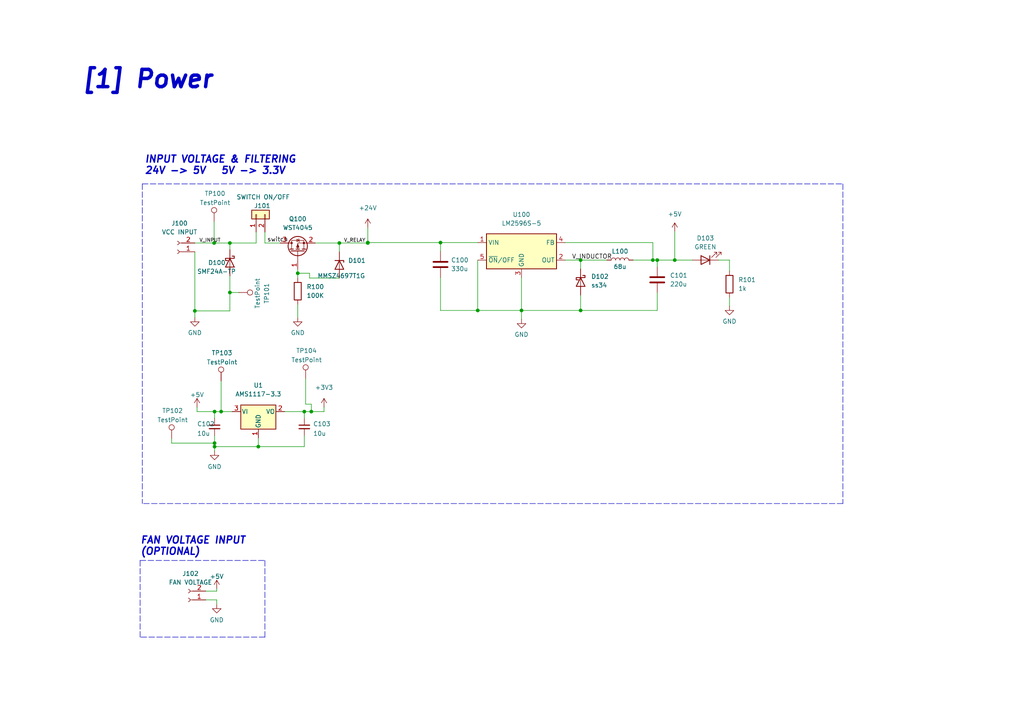
<source format=kicad_sch>
(kicad_sch (version 20211123) (generator eeschema)
  (paper "A4")
  (lib_symbols
    (symbol "Connector:Conn_01x02_Female" (pin_names (offset 1.016) hide)
      (property "Reference" "J" (at 0 2.54 0))
      (property "Value" "Conn_01x02_Female" (at 0 -5.08 0))
      (symbol "Conn_01x02_Female_1_1"
        (arc (start 0 -2.032) (mid -0.508 -2.54) (end 0 -3.048) (stroke (width 0.1524)))
        (polyline (pts (xy -1.27 -2.54) (xy -0.508 -2.54)) (stroke (width 0.1524)))
        (polyline (pts (xy -1.27 0) (xy -0.508 0)) (stroke (width 0.1524)))
        (arc (start 0 0.508) (mid -0.508 0) (end 0 -0.508) (stroke (width 0.1524)))
        (pin passive line (at -5.08 0 0) (length 3.81) (name "Pin_1") (number "1"))
        (pin passive line (at -5.08 -2.54 0) (length 3.81) (name "Pin_2") (number "2"))
      )
    )
    (symbol "Connector:TestPoint" (pin_numbers hide) (pin_names (offset 0.762) hide)
      (property "Reference" "TP" (at 0 6.858 0))
      (property "Value" "TestPoint" (at 0 5.08 0))
      (symbol "TestPoint_0_1"
        (circle (center 0 3.302) (radius 0.762))
      )
      (symbol "TestPoint_1_1"
        (pin passive line (at 0 0 90) (length 2.54) (name "1") (number "1"))
      )
    )
    (symbol "Connector_Generic:Conn_01x02" (pin_names (offset 1.016) hide)
      (property "Reference" "J" (at 0 2.54 0))
      (property "Value" "Conn_01x02" (at 0 -5.08 0))
      (symbol "Conn_01x02_1_1"
        (rectangle (start -1.27 -2.413) (end 0 -2.667) (stroke (width 0.1524)))
        (rectangle (start -1.27 0.127) (end 0 -0.127) (stroke (width 0.1524)))
        (rectangle (start -1.27 1.27) (end 1.27 -3.81) (stroke (width 0.254)) (fill (type background)))
        (pin passive line (at -5.08 0 0) (length 3.81) (name "Pin_1") (number "1"))
        (pin passive line (at -5.08 -2.54 0) (length 3.81) (name "Pin_2") (number "2"))
      )
    )
    (symbol "Device:C" (pin_numbers hide) (pin_names (offset 0.254))
      (property "Reference" "C" (at 0.635 2.54 0))
      (property "Value" "C" (at 0.635 -2.54 0))
      (symbol "C_0_1"
        (polyline (pts (xy -2.032 -0.762) (xy 2.032 -0.762)) (stroke (width 0.508)))
        (polyline (pts (xy -2.032 0.762) (xy 2.032 0.762)) (stroke (width 0.508)))
      )
      (symbol "C_1_1"
        (pin passive line (at 0 3.81 270) (length 2.794) (name "~") (number "1"))
        (pin passive line (at 0 -3.81 90) (length 2.794) (name "~") (number "2"))
      )
    )
    (symbol "Device:C_Small" (pin_numbers hide) (pin_names (offset 0.254) hide)
      (property "Reference" "C" (at 0.254 1.778 0))
      (property "Value" "C_Small" (at 0.254 -2.032 0))
      (symbol "C_Small_0_1"
        (polyline (pts (xy -1.524 -0.508) (xy 1.524 -0.508)) (stroke (width 0.3302)))
        (polyline (pts (xy -1.524 0.508) (xy 1.524 0.508)) (stroke (width 0.3048)))
      )
      (symbol "C_Small_1_1"
        (pin passive line (at 0 2.54 270) (length 2.032) (name "~") (number "1"))
        (pin passive line (at 0 -2.54 90) (length 2.032) (name "~") (number "2"))
      )
    )
    (symbol "Device:D_Schottky" (pin_numbers hide) (pin_names (offset 1.016) hide)
      (property "Reference" "D" (at 0 2.54 0))
      (property "Value" "D_Schottky" (at 0 -2.54 0))
      (symbol "D_Schottky_0_1"
        (polyline (pts (xy 1.27 0) (xy -1.27 0)))
        (polyline (pts (xy 1.27 1.27) (xy 1.27 -1.27) (xy -1.27 0) (xy 1.27 1.27)) (stroke (width 0.254)))
        (polyline (pts (xy -1.905 0.635) (xy -1.905 1.27) (xy -1.27 1.27) (xy -1.27 -1.27) (xy -0.635 -1.27) (xy -0.635 -0.635)) (stroke (width 0.254)))
      )
      (symbol "D_Schottky_1_1"
        (pin passive line (at -3.81 0 0) (length 2.54) (name "K") (number "1"))
        (pin passive line (at 3.81 0 180) (length 2.54) (name "A") (number "2"))
      )
    )
    (symbol "Device:D_Zener" (pin_numbers hide) (pin_names (offset 1.016) hide)
      (property "Reference" "D" (at 0 2.54 0))
      (property "Value" "D_Zener" (at 0 -2.54 0))
      (symbol "D_Zener_0_1"
        (polyline (pts (xy 1.27 0) (xy -1.27 0)))
        (polyline (pts (xy -1.27 -1.27) (xy -1.27 1.27) (xy -0.762 1.27)) (stroke (width 0.254)))
        (polyline (pts (xy 1.27 -1.27) (xy 1.27 1.27) (xy -1.27 0) (xy 1.27 -1.27)) (stroke (width 0.254)))
      )
      (symbol "D_Zener_1_1"
        (pin passive line (at -3.81 0 0) (length 2.54) (name "K") (number "1"))
        (pin passive line (at 3.81 0 180) (length 2.54) (name "A") (number "2"))
      )
    )
    (symbol "Device:L" (pin_numbers hide) (pin_names (offset 1.016) hide)
      (property "Reference" "L" (at -1.27 0 90))
      (property "Value" "L" (at 1.905 0 90))
      (symbol "L_0_1"
        (arc (start 0 -2.54) (mid 0.635 -1.905) (end 0 -1.27))
        (arc (start 0 -1.27) (mid 0.635 -0.635) (end 0 0))
        (arc (start 0 0) (mid 0.635 0.635) (end 0 1.27))
        (arc (start 0 1.27) (mid 0.635 1.905) (end 0 2.54))
      )
      (symbol "L_1_1"
        (pin passive line (at 0 3.81 270) (length 1.27) (name "1") (number "1"))
        (pin passive line (at 0 -3.81 90) (length 1.27) (name "2") (number "2"))
      )
    )
    (symbol "Device:LED" (pin_numbers hide) (pin_names (offset 1.016) hide)
      (property "Reference" "D" (at 0 2.54 0))
      (property "Value" "LED" (at 0 -2.54 0))
      (symbol "LED_0_1"
        (polyline (pts (xy -1.27 -1.27) (xy -1.27 1.27)) (stroke (width 0.254)))
        (polyline (pts (xy -1.27 0) (xy 1.27 0)))
        (polyline (pts (xy 1.27 -1.27) (xy 1.27 1.27) (xy -1.27 0) (xy 1.27 -1.27)) (stroke (width 0.254)))
        (polyline (pts (xy -3.048 -0.762) (xy -4.572 -2.286) (xy -3.81 -2.286) (xy -4.572 -2.286) (xy -4.572 -1.524)))
        (polyline (pts (xy -1.778 -0.762) (xy -3.302 -2.286) (xy -2.54 -2.286) (xy -3.302 -2.286) (xy -3.302 -1.524)))
      )
      (symbol "LED_1_1"
        (pin passive line (at -3.81 0 0) (length 2.54) (name "K") (number "1"))
        (pin passive line (at 3.81 0 180) (length 2.54) (name "A") (number "2"))
      )
    )
    (symbol "Device:R" (pin_numbers hide) (pin_names (offset 0))
      (property "Reference" "R" (at 2.032 0 90))
      (property "Value" "R" (at 0 0 90))
      (symbol "R_0_1"
        (rectangle (start -1.016 -2.54) (end 1.016 2.54) (stroke (width 0.254)))
      )
      (symbol "R_1_1"
        (pin passive line (at 0 3.81 270) (length 1.27) (name "~") (number "1"))
        (pin passive line (at 0 -3.81 90) (length 1.27) (name "~") (number "2"))
      )
    )
    (symbol "Regulator_Linear:AMS1117-3.3" (pin_names (offset 0.254))
      (property "Reference" "U" (at -3.81 3.175 0))
      (property "Value" "AMS1117-3.3" (at 0 3.175 0))
      (symbol "AMS1117-3.3_0_1"
        (rectangle (start -5.08 -5.08) (end 5.08 1.905) (stroke (width 0.254)) (fill (type background)))
      )
      (symbol "AMS1117-3.3_1_1"
        (pin power_in line (at 0 -7.62 90) (length 2.54) (name "GND") (number "1"))
        (pin power_out line (at 7.62 0 180) (length 2.54) (name "VO") (number "2"))
        (pin power_in line (at -7.62 0 0) (length 2.54) (name "VI") (number "3"))
      )
    )
    (symbol "Regulator_Switching:LM2596S-5"
      (property "Reference" "U" (at -10.16 6.35 0))
      (property "Value" "LM2596S-5" (at 0 6.35 0))
      (symbol "LM2596S-5_0_1"
        (rectangle (start -10.16 5.08) (end 10.16 -5.08) (stroke (width 0.254)) (fill (type background)))
      )
      (symbol "LM2596S-5_1_1"
        (pin power_in line (at -12.7 2.54 0) (length 2.54) (name "VIN") (number "1"))
        (pin output line (at 12.7 -2.54 180) (length 2.54) (name "OUT") (number "2"))
        (pin power_in line (at 0 -7.62 90) (length 2.54) (name "GND") (number "3"))
        (pin input line (at 12.7 2.54 180) (length 2.54) (name "FB") (number "4"))
        (pin input line (at -12.7 -2.54 0) (length 2.54) (name "~{ON}/OFF") (number "5"))
      )
    )
    (symbol "Transistor_FET:AO3401A" (pin_names hide)
      (property "Reference" "Q" (at 5.08 1.905 0))
      (property "Value" "AO3401A" (at 5.08 0 0))
      (symbol "AO3401A_0_1"
        (polyline (pts (xy 0.254 0) (xy -2.54 0)))
        (polyline (pts (xy 0.254 1.905) (xy 0.254 -1.905)) (stroke (width 0.254)))
        (polyline (pts (xy 0.762 -1.27) (xy 0.762 -2.286)) (stroke (width 0.254)))
        (polyline (pts (xy 0.762 0.508) (xy 0.762 -0.508)) (stroke (width 0.254)))
        (polyline (pts (xy 0.762 2.286) (xy 0.762 1.27)) (stroke (width 0.254)))
        (polyline (pts (xy 2.54 2.54) (xy 2.54 1.778)))
        (polyline (pts (xy 2.54 -2.54) (xy 2.54 0) (xy 0.762 0)))
        (polyline (pts (xy 0.762 1.778) (xy 3.302 1.778) (xy 3.302 -1.778) (xy 0.762 -1.778)))
        (polyline (pts (xy 2.286 0) (xy 1.27 0.381) (xy 1.27 -0.381) (xy 2.286 0)) (fill (type outline)))
        (polyline (pts (xy 2.794 -0.508) (xy 2.921 -0.381) (xy 3.683 -0.381) (xy 3.81 -0.254)))
        (polyline (pts (xy 3.302 -0.381) (xy 2.921 0.254) (xy 3.683 0.254) (xy 3.302 -0.381)))
        (circle (center 1.651 0) (radius 2.794) (stroke (width 0.254)))
        (circle (center 2.54 -1.778) (radius 0.254) (fill (type outline)))
        (circle (center 2.54 1.778) (radius 0.254) (fill (type outline)))
      )
      (symbol "AO3401A_1_1"
        (pin input line (at -5.08 0 0) (length 2.54) (name "G") (number "1"))
        (pin passive line (at 2.54 -5.08 90) (length 2.54) (name "S") (number "2"))
        (pin passive line (at 2.54 5.08 270) (length 2.54) (name "D") (number "3"))
      )
    )
    (symbol "power:+24V" (power) (pin_names (offset 0))
      (property "Value" "+24V" (at 0 3.556 0))
      (symbol "+24V_0_1"
        (polyline (pts (xy -0.762 1.27) (xy 0 2.54)))
        (polyline (pts (xy 0 0) (xy 0 2.54)))
        (polyline (pts (xy 0 2.54) (xy 0.762 1.27)))
      )
      (symbol "+24V_1_1"
        (pin power_in line (at 0 0 90) (length 0) hide (name "+24V") (number "1"))
      )
    )
    (symbol "power:+3V3" (power) (pin_names (offset 0))
      (property "Value" "+3V3" (at 0 3.556 0))
      (symbol "+3V3_0_1"
        (polyline (pts (xy -0.762 1.27) (xy 0 2.54)))
        (polyline (pts (xy 0 0) (xy 0 2.54)))
        (polyline (pts (xy 0 2.54) (xy 0.762 1.27)))
      )
      (symbol "+3V3_1_1"
        (pin power_in line (at 0 0 90) (length 0) hide (name "+3V3") (number "1"))
      )
    )
    (symbol "power:+5V" (power) (pin_names (offset 0))
      (property "Value" "+5V" (at 0 3.556 0))
      (symbol "+5V_0_1"
        (polyline (pts (xy -0.762 1.27) (xy 0 2.54)))
        (polyline (pts (xy 0 0) (xy 0 2.54)))
        (polyline (pts (xy 0 2.54) (xy 0.762 1.27)))
      )
      (symbol "+5V_1_1"
        (pin power_in line (at 0 0 90) (length 0) hide (name "+5V") (number "1"))
      )
    )
    (symbol "power:GND" (power) (pin_names (offset 0))
      (property "Value" "GND" (at 0 -3.81 0))
      (symbol "GND_0_1"
        (polyline (pts (xy 0 0) (xy 0 -1.27) (xy 1.27 -1.27) (xy 0 -2.54) (xy -1.27 -1.27) (xy 0 -1.27)))
      )
      (symbol "GND_1_1"
        (pin power_in line (at 0 0 270) (length 0) hide (name "GND") (number "1"))
      )
    )
  )
  (junction (at 138.557 90.043))
  (junction (at 189.357 75.438))
  (junction (at 62.23 119.38))
  (junction (at 62.103 70.485))
  (junction (at 86.36 79.248))
  (junction (at 66.675 70.485))
  (junction (at 62.23 129.54))
  (junction (at 127.762 70.358))
  (junction (at 106.68 70.358))
  (junction (at 190.627 75.438))
  (junction (at 151.257 90.043))
  (junction (at 66.675 84.836))
  (junction (at 168.402 75.438))
  (junction (at 62.23 128.524))
  (junction (at 98.425 70.485))
  (junction (at 90.297 119.38))
  (junction (at 64.135 119.38))
  (junction (at 88.265 119.38))
  (junction (at 56.515 90.17))
  (junction (at 74.93 129.54))
  (junction (at 168.402 90.043))
  (junction (at 195.707 75.438))
  (junction (at 106.68 70.485))
  (wire (pts (xy 76.835 67.31) (xy 76.835 70.485)))
  (wire (pts (xy 57.15 119.38) (xy 62.23 119.38)))
  (wire (pts (xy 98.425 70.485) (xy 106.68 70.485)))
  (wire (pts (xy 168.402 75.438) (xy 163.957 75.438)))
  (wire (pts (xy 211.582 75.438) (xy 211.582 78.613)))
  (wire (pts (xy 190.627 84.963) (xy 190.627 90.043)))
  (wire (pts (xy 62.23 119.38) (xy 62.23 121.285)))
  (wire (pts (xy 138.557 90.043) (xy 151.257 90.043)))
  (wire (pts (xy 82.55 119.38) (xy 88.265 119.38)))
  (wire (pts (xy 66.675 84.836) (xy 69.215 84.836)))
  (wire (pts (xy 88.646 109.855) (xy 88.646 117.221)))
  (polyline (pts (xy 76.835 184.785) (xy 40.64 184.785)))
  (wire (pts (xy 88.646 117.221) (xy 90.297 117.221)))
  (wire (pts (xy 62.865 173.99) (xy 62.865 175.26)))
  (wire (pts (xy 190.627 90.043) (xy 168.402 90.043)))
  (wire (pts (xy 195.707 75.438) (xy 190.627 75.438)))
  (wire (pts (xy 195.707 67.183) (xy 195.707 75.438)))
  (wire (pts (xy 98.425 80.645) (xy 89.789 80.645)))
  (polyline (pts (xy 244.475 146.05) (xy 41.275 146.05)))
  (wire (pts (xy 56.515 90.17) (xy 66.675 90.17)))
  (wire (pts (xy 66.675 84.836) (xy 66.675 90.17)))
  (wire (pts (xy 208.407 75.438) (xy 211.582 75.438)))
  (wire (pts (xy 86.36 78.105) (xy 86.36 79.248)))
  (wire (pts (xy 98.425 70.485) (xy 98.425 73.025)))
  (wire (pts (xy 163.957 70.358) (xy 189.357 70.358)))
  (wire (pts (xy 189.357 75.438) (xy 183.642 75.438)))
  (wire (pts (xy 62.23 119.38) (xy 64.135 119.38)))
  (wire (pts (xy 49.784 127.254) (xy 49.784 128.524)))
  (polyline (pts (xy 40.64 162.56) (xy 40.64 184.785)))
  (wire (pts (xy 127.762 72.898) (xy 127.762 70.358)))
  (wire (pts (xy 89.789 79.248) (xy 86.36 79.248)))
  (wire (pts (xy 106.68 66.04) (xy 106.68 70.358)))
  (wire (pts (xy 127.762 80.518) (xy 127.762 90.043)))
  (wire (pts (xy 56.515 70.485) (xy 62.103 70.485)))
  (wire (pts (xy 62.103 70.485) (xy 66.675 70.485)))
  (wire (pts (xy 200.787 75.438) (xy 195.707 75.438)))
  (wire (pts (xy 49.784 128.524) (xy 62.23 128.524)))
  (wire (pts (xy 62.865 171.45) (xy 62.865 170.815)))
  (wire (pts (xy 66.675 70.485) (xy 66.675 72.39)))
  (wire (pts (xy 57.15 118.11) (xy 57.15 119.38)))
  (wire (pts (xy 62.23 126.365) (xy 62.23 128.524)))
  (wire (pts (xy 74.295 67.31) (xy 74.295 70.485)))
  (wire (pts (xy 138.557 75.438) (xy 138.557 90.043)))
  (wire (pts (xy 106.68 70.358) (xy 106.68 70.485)))
  (polyline (pts (xy 41.275 53.34) (xy 41.275 146.05)))
  (wire (pts (xy 64.135 119.38) (xy 67.31 119.38)))
  (wire (pts (xy 90.297 119.38) (xy 93.98 119.38)))
  (wire (pts (xy 106.68 70.358) (xy 127.762 70.358)))
  (wire (pts (xy 74.93 127) (xy 74.93 129.54)))
  (wire (pts (xy 98.425 70.485) (xy 91.44 70.485)))
  (wire (pts (xy 127.762 70.358) (xy 138.557 70.358)))
  (wire (pts (xy 90.297 117.221) (xy 90.297 119.38)))
  (polyline (pts (xy 76.835 162.56) (xy 76.835 184.785)))
  (wire (pts (xy 88.265 119.38) (xy 90.297 119.38)))
  (wire (pts (xy 168.402 75.438) (xy 176.022 75.438)))
  (wire (pts (xy 89.789 80.645) (xy 89.789 79.248)))
  (wire (pts (xy 62.23 128.524) (xy 62.23 129.54)))
  (wire (pts (xy 56.515 90.17) (xy 56.515 92.075)))
  (wire (pts (xy 86.36 88.265) (xy 86.36 92.075)))
  (wire (pts (xy 168.402 77.978) (xy 168.402 75.438)))
  (polyline (pts (xy 40.64 162.56) (xy 76.835 162.56)))
  (wire (pts (xy 168.402 90.043) (xy 151.257 90.043)))
  (wire (pts (xy 74.93 129.54) (xy 62.23 129.54)))
  (polyline (pts (xy 244.475 53.34) (xy 244.475 146.05)))
  (wire (pts (xy 168.402 85.598) (xy 168.402 90.043)))
  (wire (pts (xy 86.36 79.248) (xy 86.36 80.645)))
  (wire (pts (xy 88.265 126.365) (xy 88.265 129.54)))
  (wire (pts (xy 59.69 173.99) (xy 62.865 173.99)))
  (wire (pts (xy 151.257 80.518) (xy 151.257 90.043)))
  (wire (pts (xy 66.675 80.01) (xy 66.675 84.836)))
  (wire (pts (xy 64.135 110.49) (xy 64.135 119.38)))
  (wire (pts (xy 211.582 86.233) (xy 211.582 88.773)))
  (wire (pts (xy 151.257 90.043) (xy 151.257 92.583)))
  (wire (pts (xy 93.98 119.38) (xy 93.98 118.11)))
  (wire (pts (xy 127.762 90.043) (xy 138.557 90.043)))
  (wire (pts (xy 56.515 73.025) (xy 56.515 90.17)))
  (wire (pts (xy 190.627 75.438) (xy 189.357 75.438)))
  (wire (pts (xy 62.23 129.54) (xy 62.23 130.81)))
  (wire (pts (xy 88.265 119.38) (xy 88.265 121.285)))
  (wire (pts (xy 190.627 77.343) (xy 190.627 75.438)))
  (wire (pts (xy 88.265 129.54) (xy 74.93 129.54)))
  (wire (pts (xy 76.835 70.485) (xy 81.28 70.485)))
  (polyline (pts (xy 41.275 53.34) (xy 244.475 53.34)))
  (wire (pts (xy 66.675 70.485) (xy 74.295 70.485)))
  (wire (pts (xy 62.103 64.262) (xy 62.103 70.485)))
  (wire (pts (xy 189.357 70.358) (xy 189.357 75.438)))
  (wire (pts (xy 59.69 171.45) (xy 62.865 171.45)))
  (text "INPUT VOLTAGE & FILTERING\n24V -> 5V   5V -> 3.3V" (at 41.91 50.8 0) (effects (font (size 2.032 2.032) (thickness 0.4064) bold italic) (justify left bottom)))
  (text "FAN VOLTAGE INPUT \n(OPTIONAL)" (at 40.64 161.29 0) (effects (font (size 2.032 2.032) (thickness 0.4064) bold italic) (justify left bottom)))
  (text "[1] Power" (at 23.495 26.035 0) (effects (font (size 5.0038 5.0038) (thickness 1.0008) bold italic) (justify left bottom)))
  (label "switch" (at 77.47 70.485 0))
  (label "V_RELAY" (at 99.695 70.485 0) (effects (font (size 1.016 1.016))))
  (label "V_INDUCTOR" (at 165.862 75.438 0))
  (label "V_INPUT" (at 57.785 70.485 0) (effects (font (size 1.016 1.016))))
  (symbol (lib_id "power:+24V") (at 106.68 66.04 0) (unit 1)
    (property "Reference" "#PWR0108" (effects hide))
    (property "Value" "+24V" (at 106.68 60.325 0))
  )
  (symbol (lib_id "power:GND") (at 62.23 130.81 0) (unit 1)
    (property "Reference" "#PWR0101" (effects hide))
    (property "Value" "GND" (at 62.23 135.3725 0))
  )
  (symbol (lib_id "power:GND") (at 62.865 175.26 0) (unit 1)
    (property "Reference" "#PWR0104" (effects hide))
    (property "Value" "GND" (at 62.865 179.8225 0))
  )
  (symbol (lib_id "Device:D_Zener") (at 98.425 76.835 270) (unit 1)
    (property "Reference" "D101" (at 100.965 75.5649 90) (effects (justify left)))
    (property "Value" "MMSZ4697T1G" (at 92.075 80.01 90) (effects (justify left)))
    (property "Footprint" "Diode_SMD:D_SOD-123" (effects hide))
    (property "LCSC" "C48870" (effects hide))
  )
  (symbol (lib_id "Device:LED") (at 204.597 75.438 180) (unit 1)
    (property "Reference" "D103" (at 204.597 69.088 0))
    (property "Value" "GREEN" (at 204.597 71.628 0))
    (property "Footprint" "LED_SMD:LED_0603_1608Metric" (effects hide))
    (property "LCSC" "C72043" (effects hide))
  )
  (symbol (lib_id "Transistor_FET:AO3401A") (at 86.36 73.025 90) (unit 1)
    (property "Reference" "Q100" (at 86.36 63.5 90))
    (property "Value" "WST4045" (at 86.36 66.04 90))
    (property "Footprint" "Package_TO_SOT_SMD:SOT-23" (effects hide))
    (property "Datasheet" "http://www.aosmd.com/pdfs/datasheet/AO3401A.pdf" (effects hide))
    (property "LCSC" "C719073" (effects hide))
  )
  (symbol (lib_id "Connector:Conn_01x02_Female") (at 54.61 173.99 180) (unit 1)
    (property "Reference" "J102" (at 55.245 166.37 0))
    (property "Value" "FAN VOLTAGE" (at 55.245 168.91 0))
    (property "Footprint" "Connector_PinHeader_2.54mm:PinHeader_1x02_P2.54mm_Vertical" (effects hide))
  )
  (symbol (lib_id "power:+3V3") (at 93.98 118.11 0) (unit 1)
    (property "Reference" "#PWR0105" (effects hide))
    (property "Value" "+3V3" (at 93.98 112.395 0))
  )
  (symbol (lib_id "Connector:Conn_01x02_Female") (at 51.435 73.025 180) (unit 1)
    (property "Reference" "J100" (at 52.07 64.77 0))
    (property "Value" "VCC INPUT" (at 52.07 67.31 0))
    (property "Footprint" "Connector_Phoenix_MSTB:PhoenixContact_MSTBA_2,5_2-G-5,08_1x02_P5.08mm_Horizontal" (effects hide))
  )
  (symbol (lib_id "Connector:TestPoint") (at 64.135 110.49 0) (unit 1)
    (property "Reference" "TP103" (at 61.341 102.362 0) (effects (justify left)))
    (property "Value" "TestPoint" (at 59.944 105.029 0) (effects (justify left)))
    (property "Footprint" "TestPoint:TestPoint_Pad_D2.0mm" (effects hide))
  )
  (symbol (lib_id "Regulator_Linear:AMS1117-3.3") (at 74.93 119.38 0) (unit 1)
    (property "Reference" "U1" (at 74.93 111.76 0))
    (property "Value" "AMS1117-3.3" (at 74.93 114.3 0))
    (property "Footprint" "Package_TO_SOT_SMD:SOT-223-3_TabPin2" (effects hide))
    (property "Datasheet" "http://www.advanced-monolithic.com/pdf/ds1117.pdf" (effects hide))
    (property "LCSC" "C6186" (effects hide))
  )
  (symbol (lib_id "Connector_Generic:Conn_01x02") (at 74.295 62.23 90) (unit 1)
    (property "Reference" "J101" (at 73.66 59.69 90) (effects (justify right)))
    (property "Value" "SWITCH ON/OFF" (at 68.58 57.15 90) (effects (justify right)))
    (property "Footprint" "Connector_PinHeader_2.54mm:PinHeader_1x02_P2.54mm_Vertical" (effects hide))
  )
  (symbol (lib_id "Regulator_Switching:LM2596S-5") (at 151.257 72.898 0) (unit 1)
    (property "Reference" "U100" (at 151.257 62.23 0))
    (property "Value" "LM2596S-5" (at 151.257 64.77 0))
    (property "Footprint" "Package_TO_SOT_SMD:TO-263-5_TabPin3" (effects hide))
    (property "Datasheet" "http://www.ti.com/lit/ds/symlink/lm2596.pdf" (effects hide))
  )
  (symbol (lib_id "power:+5V") (at 57.15 118.11 0) (unit 1)
    (property "Reference" "#PWR0107" (effects hide))
    (property "Value" "+5V" (at 57.15 114.5055 0))
  )
  (symbol (lib_id "Device:C") (at 190.627 81.153 0) (unit 1)
    (property "Reference" "C101" (at 194.31 79.8829 0) (effects (justify left)))
    (property "Value" "220u" (at 194.31 82.4229 0) (effects (justify left)))
    (property "Footprint" "Capacitor_SMD:CP_Elec_10x10.5" (effects hide))
    (property "LCSC" "C2886113" (effects hide))
  )
  (symbol (lib_id "Device:L") (at 179.832 75.438 90) (unit 1)
    (property "Reference" "L100" (at 179.832 72.898 90))
    (property "Value" "68u" (at 179.832 77.343 90))
    (property "Footprint" "Jose_:SMD_12.3X12.3mm" (effects hide))
    (property "LCSC" "C2929504" (effects hide))
  )
  (symbol (lib_id "Device:C") (at 127.762 76.708 0) (unit 1)
    (property "Reference" "C100" (at 130.81 75.4379 0) (effects (justify left)))
    (property "Value" "330u" (at 130.81 77.9779 0) (effects (justify left)))
    (property "Footprint" "Capacitor_SMD:C_Elec_10x10.2" (effects hide))
    (property "LCSC" "C239324" (effects hide))
  )
  (symbol (lib_id "Connector:TestPoint") (at 69.215 84.836 270) (unit 1)
    (property "Reference" "TP101" (at 77.343 82.042 0) (effects (justify left)))
    (property "Value" "TestPoint" (at 74.676 80.645 0) (effects (justify left)))
    (property "Footprint" "TestPoint:TestPoint_Pad_D2.0mm" (effects hide))
  )
  (symbol (lib_id "power:GND") (at 86.36 92.075 0) (unit 1)
    (property "Reference" "#PWR0102" (effects hide))
    (property "Value" "GND" (at 86.36 96.52 0))
  )
  (symbol (lib_id "Connector:TestPoint") (at 88.646 109.855 0) (unit 1)
    (property "Reference" "TP104" (at 85.852 101.727 0) (effects (justify left)))
    (property "Value" "TestPoint" (at 84.455 104.394 0) (effects (justify left)))
    (property "Footprint" "TestPoint:TestPoint_Pad_D2.0mm" (effects hide))
  )
  (symbol (lib_id "Connector:TestPoint") (at 49.784 127.254 0) (unit 1)
    (property "Reference" "TP102" (at 46.99 119.126 0) (effects (justify left)))
    (property "Value" "TestPoint" (at 45.593 121.793 0) (effects (justify left)))
    (property "Footprint" "TestPoint:TestPoint_Pad_D2.0mm" (effects hide))
  )
  (symbol (lib_id "Device:R") (at 86.36 84.455 0) (unit 1)
    (property "Reference" "R100" (at 88.9 83.1849 0) (effects (justify left)))
    (property "Value" "100K" (at 88.9 85.7249 0) (effects (justify left)))
    (property "Footprint" "Resistor_SMD:R_1206_3216Metric" (effects hide))
    (property "LCSC" "C17900" (effects hide))
  )
  (symbol (lib_id "Device:D_Schottky") (at 66.675 76.2 270) (unit 1)
    (property "Reference" "D100" (at 60.325 76.2 90) (effects (justify left)))
    (property "Value" "SMF24A-TP" (at 57.15 78.74 90) (effects (justify left)))
    (property "Footprint" "Jose_:SOD_123FL" (effects hide))
    (property "LCSC" "C545276" (effects hide))
  )
  (symbol (lib_id "power:GND") (at 56.515 92.075 0) (unit 1)
    (property "Reference" "#PWR0106" (effects hide))
    (property "Value" "GND" (at 56.515 96.52 0))
  )
  (symbol (lib_id "power:+5V") (at 195.707 67.183 0) (unit 1)
    (property "Reference" "#PWR0110" (effects hide))
    (property "Value" "+5V" (at 195.707 62.103 0))
  )
  (symbol (lib_id "Device:D_Schottky") (at 168.402 81.788 270) (unit 1)
    (property "Reference" "D102" (at 171.45 80.2004 90) (effects (justify left)))
    (property "Value" "ss34" (at 171.45 82.7404 90) (effects (justify left)))
    (property "Footprint" "Diode_SMD:D_SMA" (effects hide))
    (property "LCSC" "C8678" (effects hide))
  )
  (symbol (lib_id "Connector:TestPoint") (at 62.103 64.262 0) (unit 1)
    (property "Reference" "TP100" (at 59.309 56.134 0) (effects (justify left)))
    (property "Value" "TestPoint" (at 57.912 58.801 0) (effects (justify left)))
    (property "Footprint" "TestPoint:TestPoint_Pad_D2.0mm" (effects hide))
  )
  (symbol (lib_id "Device:R") (at 211.582 82.423 180) (unit 1)
    (property "Reference" "R101" (at 214.122 81.153 0) (effects (justify right)))
    (property "Value" "1k" (at 214.122 83.693 0) (effects (justify right)))
    (property "Footprint" "Resistor_SMD:R_0603_1608Metric" (effects hide))
    (property "LCSC" "C21190" (effects hide))
  )
  (symbol (lib_id "power:+5V") (at 62.865 170.815 0) (unit 1)
    (property "Reference" "#PWR0103" (effects hide))
    (property "Value" "+5V" (at 62.865 167.2105 0))
  )
  (symbol (lib_id "Device:C_Small") (at 62.23 123.825 0) (unit 1)
    (property "Reference" "C102" (at 57.15 122.9549 0) (effects (justify left)))
    (property "Value" "10u" (at 57.15 125.73 0) (effects (justify left)))
    (property "Footprint" "Capacitor_SMD:C_0805_2012Metric" (effects hide))
    (property "LCSC" "C15850" (effects hide))
  )
  (symbol (lib_id "Device:C_Small") (at 88.265 123.825 0) (unit 1)
    (property "Reference" "C103" (at 90.805 122.9549 0) (effects (justify left)))
    (property "Value" "10u" (at 90.805 125.73 0) (effects (justify left)))
    (property "Footprint" "Capacitor_SMD:C_0805_2012Metric" (effects hide))
    (property "LCSC" "C15850" (effects hide))
  )
  (symbol (lib_id "power:GND") (at 211.582 88.773 0) (unit 1)
    (property "Reference" "#PWR0111" (effects hide))
    (property "Value" "GND" (at 211.582 93.218 0))
  )
  (symbol (lib_id "power:GND") (at 151.257 92.583 0) (unit 1)
    (property "Reference" "#PWR0109" (effects hide))
    (property "Value" "GND" (at 151.257 97.028 0))
  )
)
</source>
